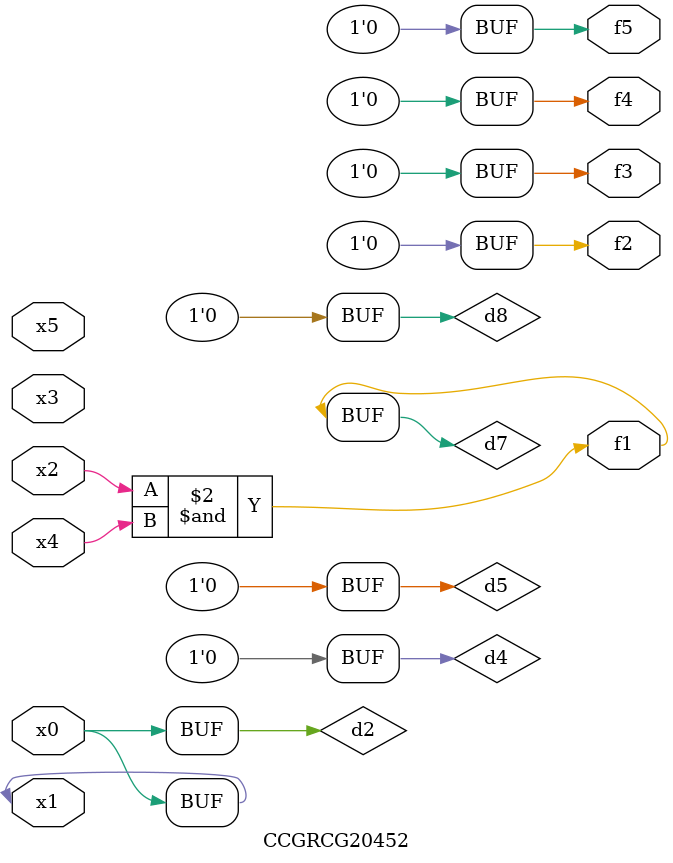
<source format=v>
module CCGRCG20452(
	input x0, x1, x2, x3, x4, x5,
	output f1, f2, f3, f4, f5
);

	wire d1, d2, d3, d4, d5, d6, d7, d8, d9;

	nand (d1, x1);
	buf (d2, x0, x1);
	nand (d3, x2, x4);
	and (d4, d1, d2);
	and (d5, d1, d2);
	nand (d6, d1, d3);
	not (d7, d3);
	xor (d8, d5);
	nor (d9, d5, d6);
	assign f1 = d7;
	assign f2 = d8;
	assign f3 = d8;
	assign f4 = d8;
	assign f5 = d8;
endmodule

</source>
